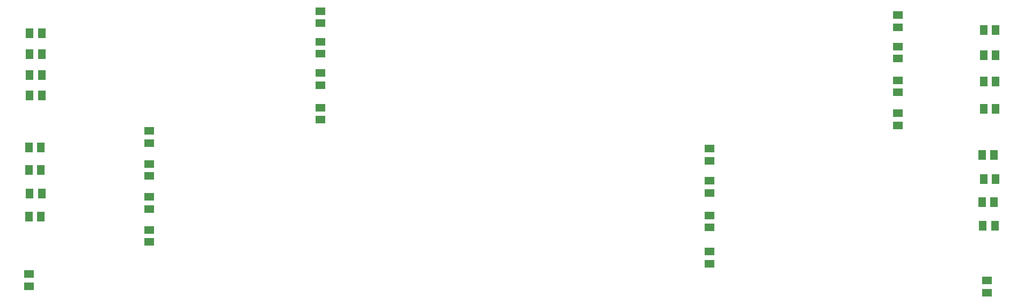
<source format=gbr>
G04 EAGLE Gerber RS-274X export*
G75*
%MOMM*%
%FSLAX34Y34*%
%LPD*%
%INSolderpaste Bottom*%
%IPPOS*%
%AMOC8*
5,1,8,0,0,1.08239X$1,22.5*%
G01*
%ADD10R,1.500000X1.300000*%
%ADD11R,1.300000X1.500000*%


D10*
X1363980Y765200D03*
X1363980Y784200D03*
D11*
X1363370Y948690D03*
X1382370Y948690D03*
X1364640Y1131570D03*
X1383640Y1131570D03*
X1364640Y911860D03*
X1383640Y911860D03*
X1364640Y1098550D03*
X1383640Y1098550D03*
X1363370Y875030D03*
X1382370Y875030D03*
X1364640Y1066800D03*
X1383640Y1066800D03*
X1363370Y984250D03*
X1382370Y984250D03*
X1364640Y1164590D03*
X1383640Y1164590D03*
D10*
X2875280Y755040D03*
X2875280Y774040D03*
D11*
X2886050Y897890D03*
X2867050Y897890D03*
X2888590Y1088390D03*
X2869590Y1088390D03*
X2888590Y934720D03*
X2869590Y934720D03*
X2888590Y1130300D03*
X2869590Y1130300D03*
X2886050Y972820D03*
X2867050Y972820D03*
X2888590Y1169670D03*
X2869590Y1169670D03*
X2887320Y861060D03*
X2868320Y861060D03*
X2888590Y1045210D03*
X2869590Y1045210D03*
D10*
X1553210Y887120D03*
X1553210Y906120D03*
X1553210Y991260D03*
X1553210Y1010260D03*
X1823720Y1082700D03*
X1823720Y1101700D03*
X1823720Y1180490D03*
X1823720Y1199490D03*
X2437130Y931520D03*
X2437130Y912520D03*
X2437130Y819760D03*
X2437130Y800760D03*
X2734310Y1143610D03*
X2734310Y1124610D03*
X2734310Y1038200D03*
X2734310Y1019200D03*
X2437130Y876910D03*
X2437130Y857910D03*
X2437130Y982320D03*
X2437130Y963320D03*
X1553210Y835050D03*
X1553210Y854050D03*
X1553210Y939190D03*
X1553210Y958190D03*
X1823720Y1028090D03*
X1823720Y1047090D03*
X1823720Y1132230D03*
X1823720Y1151230D03*
X2734310Y1193140D03*
X2734310Y1174140D03*
X2734310Y1090270D03*
X2734310Y1071270D03*
M02*

</source>
